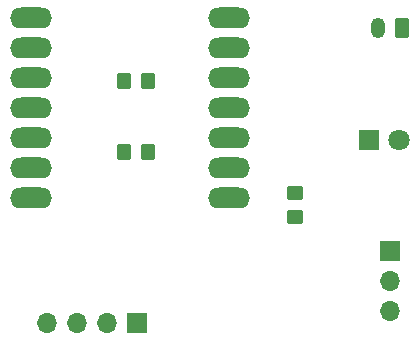
<source format=gbr>
%TF.GenerationSoftware,KiCad,Pcbnew,8.0.7*%
%TF.CreationDate,2025-02-28T09:56:09-08:00*%
%TF.ProjectId,514finalsensor,35313466-696e-4616-9c73-656e736f722e,rev?*%
%TF.SameCoordinates,Original*%
%TF.FileFunction,Soldermask,Top*%
%TF.FilePolarity,Negative*%
%FSLAX46Y46*%
G04 Gerber Fmt 4.6, Leading zero omitted, Abs format (unit mm)*
G04 Created by KiCad (PCBNEW 8.0.7) date 2025-02-28 09:56:09*
%MOMM*%
%LPD*%
G01*
G04 APERTURE LIST*
G04 Aperture macros list*
%AMRoundRect*
0 Rectangle with rounded corners*
0 $1 Rounding radius*
0 $2 $3 $4 $5 $6 $7 $8 $9 X,Y pos of 4 corners*
0 Add a 4 corners polygon primitive as box body*
4,1,4,$2,$3,$4,$5,$6,$7,$8,$9,$2,$3,0*
0 Add four circle primitives for the rounded corners*
1,1,$1+$1,$2,$3*
1,1,$1+$1,$4,$5*
1,1,$1+$1,$6,$7*
1,1,$1+$1,$8,$9*
0 Add four rect primitives between the rounded corners*
20,1,$1+$1,$2,$3,$4,$5,0*
20,1,$1+$1,$4,$5,$6,$7,0*
20,1,$1+$1,$6,$7,$8,$9,0*
20,1,$1+$1,$8,$9,$2,$3,0*%
G04 Aperture macros list end*
%ADD10R,1.800000X1.800000*%
%ADD11C,1.800000*%
%ADD12R,1.700000X1.700000*%
%ADD13O,1.700000X1.700000*%
%ADD14RoundRect,0.250000X0.350000X0.625000X-0.350000X0.625000X-0.350000X-0.625000X0.350000X-0.625000X0*%
%ADD15O,1.200000X1.750000*%
%ADD16RoundRect,0.250000X-0.350000X-0.450000X0.350000X-0.450000X0.350000X0.450000X-0.350000X0.450000X0*%
%ADD17O,3.556000X1.778000*%
%ADD18RoundRect,0.250000X-0.450000X0.350000X-0.450000X-0.350000X0.450000X-0.350000X0.450000X0.350000X0*%
G04 APERTURE END LIST*
D10*
%TO.C,D1*%
X209230000Y-68500000D03*
D11*
X211770000Y-68500000D03*
%TD*%
D12*
%TO.C,U2*%
X189580000Y-84000000D03*
D13*
X187040000Y-84000000D03*
X184500000Y-84000000D03*
X181960000Y-84000000D03*
%TD*%
D14*
%TO.C,J1*%
X212000000Y-59000000D03*
D15*
X210000000Y-59000000D03*
%TD*%
D12*
%TO.C,SW1*%
X211000000Y-77910000D03*
D13*
X211000000Y-80450000D03*
X211000000Y-82990000D03*
%TD*%
D16*
%TO.C,R1*%
X188500000Y-63500000D03*
X190500000Y-63500000D03*
%TD*%
%TO.C,R2*%
X188500000Y-69500000D03*
X190500000Y-69500000D03*
%TD*%
D17*
%TO.C,U1*%
X180618000Y-58230500D03*
X180618000Y-60770500D03*
X180618000Y-63310500D03*
X180618000Y-65850500D03*
X180618000Y-68390500D03*
X180618000Y-70930500D03*
X180618000Y-73470500D03*
X197382000Y-58230500D03*
X197382000Y-60770500D03*
X197382000Y-63310500D03*
X197382000Y-65850500D03*
X197382000Y-68390500D03*
X197382000Y-70930500D03*
X197382000Y-73470500D03*
%TD*%
D18*
%TO.C,R3*%
X203000000Y-73000000D03*
X203000000Y-75000000D03*
%TD*%
M02*

</source>
